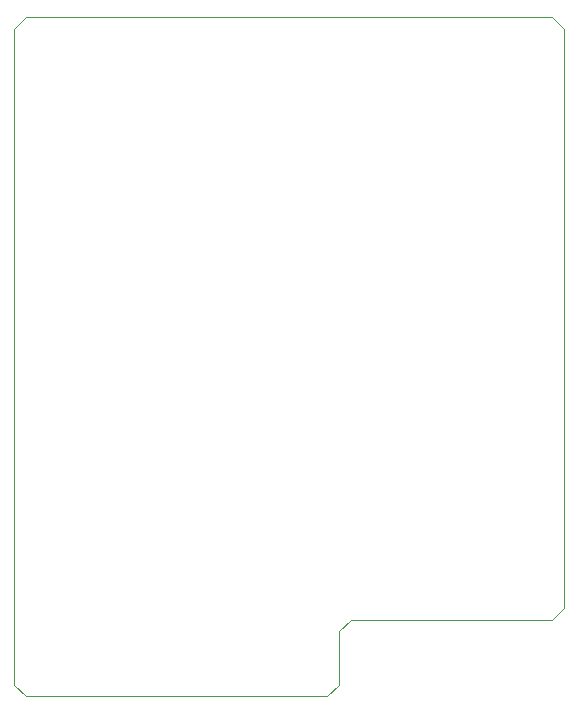
<source format=gm1>
G04 #@! TF.GenerationSoftware,KiCad,Pcbnew,7.0.2-0*
G04 #@! TF.CreationDate,2023-04-20T01:12:48+09:00*
G04 #@! TF.ProjectId,MEZ6809RAMI,4d455a36-3830-4395-9241-4d492e6b6963,A*
G04 #@! TF.SameCoordinates,PX5f5e100PY8f0d180*
G04 #@! TF.FileFunction,Profile,NP*
%FSLAX46Y46*%
G04 Gerber Fmt 4.6, Leading zero omitted, Abs format (unit mm)*
G04 Created by KiCad (PCBNEW 7.0.2-0) date 2023-04-20 01:12:48*
%MOMM*%
%LPD*%
G01*
G04 APERTURE LIST*
G04 #@! TA.AperFunction,Profile*
%ADD10C,0.100000*%
G04 #@! TD*
G04 APERTURE END LIST*
D10*
X46500000Y56500000D02*
X46500052Y7494898D01*
X45500000Y6500000D01*
X28500000Y6500000D01*
X27500000Y5500000D01*
X27500000Y1000000D01*
X26500000Y0D01*
X1000000Y0D01*
X0Y1000000D01*
X0Y56500000D01*
X1000000Y57500000D01*
X45500000Y57500000D01*
X46500000Y56500000D01*
M02*

</source>
